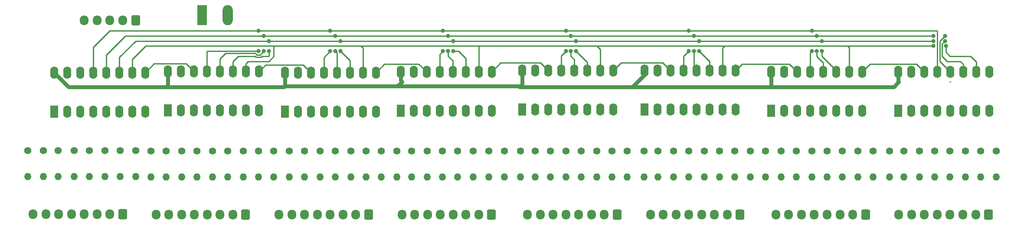
<source format=gbr>
%TF.GenerationSoftware,KiCad,Pcbnew,7.0.9*%
%TF.CreationDate,2023-12-27T00:16:36+05:30*%
%TF.ProjectId,Led_Cube_BaseControlerV2,4c65645f-4375-4626-955f-42617365436f,rev?*%
%TF.SameCoordinates,Original*%
%TF.FileFunction,Copper,L1,Top*%
%TF.FilePolarity,Positive*%
%FSLAX46Y46*%
G04 Gerber Fmt 4.6, Leading zero omitted, Abs format (unit mm)*
G04 Created by KiCad (PCBNEW 7.0.9) date 2023-12-27 00:16:36*
%MOMM*%
%LPD*%
G01*
G04 APERTURE LIST*
G04 Aperture macros list*
%AMRoundRect*
0 Rectangle with rounded corners*
0 $1 Rounding radius*
0 $2 $3 $4 $5 $6 $7 $8 $9 X,Y pos of 4 corners*
0 Add a 4 corners polygon primitive as box body*
4,1,4,$2,$3,$4,$5,$6,$7,$8,$9,$2,$3,0*
0 Add four circle primitives for the rounded corners*
1,1,$1+$1,$2,$3*
1,1,$1+$1,$4,$5*
1,1,$1+$1,$6,$7*
1,1,$1+$1,$8,$9*
0 Add four rect primitives between the rounded corners*
20,1,$1+$1,$2,$3,$4,$5,0*
20,1,$1+$1,$4,$5,$6,$7,0*
20,1,$1+$1,$6,$7,$8,$9,0*
20,1,$1+$1,$8,$9,$2,$3,0*%
G04 Aperture macros list end*
%TA.AperFunction,ComponentPad*%
%ADD10RoundRect,0.250000X0.600000X0.725000X-0.600000X0.725000X-0.600000X-0.725000X0.600000X-0.725000X0*%
%TD*%
%TA.AperFunction,ComponentPad*%
%ADD11O,1.700000X1.950000*%
%TD*%
%TA.AperFunction,ComponentPad*%
%ADD12C,1.400000*%
%TD*%
%TA.AperFunction,ComponentPad*%
%ADD13O,1.400000X1.400000*%
%TD*%
%TA.AperFunction,ComponentPad*%
%ADD14R,1.600000X2.400000*%
%TD*%
%TA.AperFunction,ComponentPad*%
%ADD15O,1.600000X2.400000*%
%TD*%
%TA.AperFunction,ComponentPad*%
%ADD16R,1.980000X3.960000*%
%TD*%
%TA.AperFunction,ComponentPad*%
%ADD17O,1.980000X3.960000*%
%TD*%
%TA.AperFunction,ViaPad*%
%ADD18C,0.800000*%
%TD*%
%TA.AperFunction,Conductor*%
%ADD19C,0.250000*%
%TD*%
%TA.AperFunction,Conductor*%
%ADD20C,0.750000*%
%TD*%
G04 APERTURE END LIST*
D10*
%TO.P,Contoller,1,Pin_1*%
%TO.N,Net-(J1-Pin_1)*%
X63000000Y-46000000D03*
D11*
%TO.P,Contoller,2,Pin_2*%
%TO.N,Net-(J1-Pin_2)*%
X60500000Y-46000000D03*
%TO.P,Contoller,3,Pin_3*%
%TO.N,Net-(J1-Pin_3)*%
X58000000Y-46000000D03*
%TO.P,Contoller,4,Pin_4*%
%TO.N,Net-(J1-Pin_4)*%
X55500000Y-46000000D03*
%TO.P,Contoller,5,Pin_5*%
%TO.N,Net-(J1-Pin_5)*%
X53000000Y-46000000D03*
%TD*%
D12*
%TO.P,R41,1*%
%TO.N,Net-(U6-QA)*%
X162300000Y-71510000D03*
D13*
%TO.P,R41,2*%
%TO.N,Net-(J8-Pin_8)*%
X162300000Y-76590000D03*
%TD*%
D12*
%TO.P,R2,1*%
%TO.N,Net-(U3-QB)*%
X45000000Y-71420000D03*
D13*
%TO.P,R2,2*%
%TO.N,Net-(J3-Pin_7)*%
X45000000Y-76500000D03*
%TD*%
D14*
%TO.P,U2,1,QB*%
%TO.N,Net-(U1-QB)*%
X69300000Y-63620000D03*
D15*
%TO.P,U2,2,QC*%
%TO.N,Net-(U1-QC)*%
X71840000Y-63620000D03*
%TO.P,U2,3,QD*%
%TO.N,Net-(U1-QD)*%
X74380000Y-63620000D03*
%TO.P,U2,4,QE*%
%TO.N,Net-(U1-QE)*%
X76920000Y-63620000D03*
%TO.P,U2,5,QF*%
%TO.N,Net-(U1-QF)*%
X79460000Y-63620000D03*
%TO.P,U2,6,QG*%
%TO.N,Net-(U1-QG)*%
X82000000Y-63620000D03*
%TO.P,U2,7,QH*%
%TO.N,Net-(U1-QH)*%
X84540000Y-63620000D03*
%TO.P,U2,8,GND*%
%TO.N,Net-(J2-Pin_1)*%
X87080000Y-63620000D03*
%TO.P,U2,9,QH'*%
%TO.N,Net-(U1-QH')*%
X87080000Y-56000000D03*
%TO.P,U2,10,~{SRCLR}*%
%TO.N,Net-(J1-Pin_2)*%
X84540000Y-56000000D03*
%TO.P,U2,11,SRCLK*%
%TO.N,Net-(J1-Pin_4)*%
X82000000Y-56000000D03*
%TO.P,U2,12,RCLK*%
%TO.N,Net-(J1-Pin_5)*%
X79460000Y-56000000D03*
%TO.P,U2,13,~{OE}*%
%TO.N,Net-(J1-Pin_1)*%
X76920000Y-56000000D03*
%TO.P,U2,14,SER*%
%TO.N,Net-(U1-SER)*%
X74380000Y-56000000D03*
%TO.P,U2,15,QA*%
%TO.N,Net-(U1-QA)*%
X71840000Y-56000000D03*
%TO.P,U2,16,VCC*%
%TO.N,Net-(J2-Pin_2)*%
X69300000Y-56000000D03*
%TD*%
D12*
%TO.P,R17,1*%
%TO.N,Net-(U2-QA)*%
X90000000Y-71510000D03*
D13*
%TO.P,R17,2*%
%TO.N,Net-(J5-Pin_8)*%
X90000000Y-76590000D03*
%TD*%
D12*
%TO.P,R14,1*%
%TO.N,Net-(U1-QF)*%
X81000000Y-71510000D03*
D13*
%TO.P,R14,2*%
%TO.N,Net-(J4-Pin_3)*%
X81000000Y-76590000D03*
%TD*%
D12*
%TO.P,R22,1*%
%TO.N,Net-(U2-QF)*%
X105000000Y-71510000D03*
D13*
%TO.P,R22,2*%
%TO.N,Net-(J5-Pin_3)*%
X105000000Y-76590000D03*
%TD*%
D10*
%TO.P,Row_1,1,Pin_1*%
%TO.N,Net-(J3-Pin_1)*%
X60500000Y-83910000D03*
D11*
%TO.P,Row_1,2,Pin_2*%
%TO.N,Net-(J3-Pin_2)*%
X58000000Y-83910000D03*
%TO.P,Row_1,3,Pin_3*%
%TO.N,Net-(J3-Pin_3)*%
X55500000Y-83910000D03*
%TO.P,Row_1,4,Pin_4*%
%TO.N,Net-(J3-Pin_4)*%
X53000000Y-83910000D03*
%TO.P,Row_1,5,Pin_5*%
%TO.N,Net-(J3-Pin_5)*%
X50500000Y-83910000D03*
%TO.P,Row_1,6,Pin_6*%
%TO.N,Net-(J3-Pin_6)*%
X48000000Y-83910000D03*
%TO.P,Row_1,7,Pin_7*%
%TO.N,Net-(J3-Pin_7)*%
X45500000Y-83910000D03*
%TO.P,Row_1,8,Pin_8*%
%TO.N,Net-(J3-Pin_8)*%
X43000000Y-83910000D03*
%TD*%
D12*
%TO.P,R45,1*%
%TO.N,Net-(U6-QE)*%
X174000000Y-71510000D03*
D13*
%TO.P,R45,2*%
%TO.N,Net-(J8-Pin_4)*%
X174000000Y-76590000D03*
%TD*%
D12*
%TO.P,R26,1*%
%TO.N,Net-(U4-QB)*%
X116900000Y-71510000D03*
D13*
%TO.P,R26,2*%
%TO.N,Net-(J6-Pin_7)*%
X116900000Y-76590000D03*
%TD*%
D12*
%TO.P,R54,1*%
%TO.N,Net-(U7-QF)*%
X201000000Y-71510000D03*
D13*
%TO.P,R54,2*%
%TO.N,Net-(J9-Pin_3)*%
X201000000Y-76590000D03*
%TD*%
D12*
%TO.P,R7,1*%
%TO.N,Net-(U3-QG)*%
X60000000Y-71420000D03*
D13*
%TO.P,R7,2*%
%TO.N,Net-(J3-Pin_2)*%
X60000000Y-76500000D03*
%TD*%
D12*
%TO.P,R51,1*%
%TO.N,Net-(U7-QC)*%
X192000000Y-71510000D03*
D13*
%TO.P,R51,2*%
%TO.N,Net-(J9-Pin_6)*%
X192000000Y-76590000D03*
%TD*%
D12*
%TO.P,R63,1*%
%TO.N,Net-(U8-QG)*%
X228000000Y-71510000D03*
D13*
%TO.P,R63,2*%
%TO.N,Net-(J10-Pin_2)*%
X228000000Y-76590000D03*
%TD*%
D14*
%TO.P,U8,1,QB*%
%TO.N,Net-(U8-QB)*%
X211860000Y-63670000D03*
D15*
%TO.P,U8,2,QC*%
%TO.N,Net-(U8-QC)*%
X214400000Y-63670000D03*
%TO.P,U8,3,QD*%
%TO.N,Net-(U8-QD)*%
X216940000Y-63670000D03*
%TO.P,U8,4,QE*%
%TO.N,Net-(U8-QE)*%
X219480000Y-63670000D03*
%TO.P,U8,5,QF*%
%TO.N,Net-(U8-QF)*%
X222020000Y-63670000D03*
%TO.P,U8,6,QG*%
%TO.N,Net-(U8-QG)*%
X224560000Y-63670000D03*
%TO.P,U8,7,QH*%
%TO.N,Net-(U8-QH)*%
X227100000Y-63670000D03*
%TO.P,U8,8,GND*%
%TO.N,Net-(J2-Pin_1)*%
X229640000Y-63670000D03*
%TO.P,U8,9,QH'*%
%TO.N,unconnected-(U8-QH'-Pad9)*%
X229640000Y-56050000D03*
%TO.P,U8,10,~{SRCLR}*%
%TO.N,Net-(J1-Pin_2)*%
X227100000Y-56050000D03*
%TO.P,U8,11,SRCLK*%
%TO.N,Net-(J1-Pin_4)*%
X224560000Y-56050000D03*
%TO.P,U8,12,RCLK*%
%TO.N,Net-(J1-Pin_5)*%
X222020000Y-56050000D03*
%TO.P,U8,13,~{OE}*%
%TO.N,Net-(J1-Pin_1)*%
X219480000Y-56050000D03*
%TO.P,U8,14,SER*%
%TO.N,Net-(U7-QH')*%
X216940000Y-56050000D03*
%TO.P,U8,15,QA*%
%TO.N,Net-(U8-QA)*%
X214400000Y-56050000D03*
%TO.P,U8,16,VCC*%
%TO.N,Net-(J2-Pin_2)*%
X211860000Y-56050000D03*
%TD*%
D14*
%TO.P,U4,1,QB*%
%TO.N,Net-(U4-QB)*%
X114730000Y-63670000D03*
D15*
%TO.P,U4,2,QC*%
%TO.N,Net-(U4-QC)*%
X117270000Y-63670000D03*
%TO.P,U4,3,QD*%
%TO.N,Net-(U4-QD)*%
X119810000Y-63670000D03*
%TO.P,U4,4,QE*%
%TO.N,Net-(U4-QE)*%
X122350000Y-63670000D03*
%TO.P,U4,5,QF*%
%TO.N,Net-(U4-QF)*%
X124890000Y-63670000D03*
%TO.P,U4,6,QG*%
%TO.N,Net-(U4-QG)*%
X127430000Y-63670000D03*
%TO.P,U4,7,QH*%
%TO.N,Net-(U4-QH)*%
X129970000Y-63670000D03*
%TO.P,U4,8,GND*%
%TO.N,Net-(J2-Pin_1)*%
X132510000Y-63670000D03*
%TO.P,U4,9,QH'*%
%TO.N,Net-(U4-QH')*%
X132510000Y-56050000D03*
%TO.P,U4,10,~{SRCLR}*%
%TO.N,Net-(J1-Pin_2)*%
X129970000Y-56050000D03*
%TO.P,U4,11,SRCLK*%
%TO.N,Net-(J1-Pin_4)*%
X127430000Y-56050000D03*
%TO.P,U4,12,RCLK*%
%TO.N,Net-(J1-Pin_5)*%
X124890000Y-56050000D03*
%TO.P,U4,13,~{OE}*%
%TO.N,Net-(J1-Pin_1)*%
X122350000Y-56050000D03*
%TO.P,U4,14,SER*%
%TO.N,Net-(U2-QH')*%
X119810000Y-56050000D03*
%TO.P,U4,15,QA*%
%TO.N,Net-(U4-QA)*%
X117270000Y-56050000D03*
%TO.P,U4,16,VCC*%
%TO.N,Net-(J2-Pin_2)*%
X114730000Y-56050000D03*
%TD*%
D12*
%TO.P,R52,1*%
%TO.N,Net-(U7-QD)*%
X195000000Y-71510000D03*
D13*
%TO.P,R52,2*%
%TO.N,Net-(J9-Pin_5)*%
X195000000Y-76590000D03*
%TD*%
D14*
%TO.P,U3,1,QB*%
%TO.N,Net-(U2-QB)*%
X92125000Y-63825000D03*
D15*
%TO.P,U3,2,QC*%
%TO.N,Net-(U2-QC)*%
X94665000Y-63825000D03*
%TO.P,U3,3,QD*%
%TO.N,Net-(U2-QD)*%
X97205000Y-63825000D03*
%TO.P,U3,4,QE*%
%TO.N,Net-(U2-QE)*%
X99745000Y-63825000D03*
%TO.P,U3,5,QF*%
%TO.N,Net-(U2-QF)*%
X102285000Y-63825000D03*
%TO.P,U3,6,QG*%
%TO.N,Net-(U2-QG)*%
X104825000Y-63825000D03*
%TO.P,U3,7,QH*%
%TO.N,Net-(U2-QH)*%
X107365000Y-63825000D03*
%TO.P,U3,8,GND*%
%TO.N,Net-(J2-Pin_1)*%
X109905000Y-63825000D03*
%TO.P,U3,9,QH'*%
%TO.N,Net-(U2-QH')*%
X109905000Y-56205000D03*
%TO.P,U3,10,~{SRCLR}*%
%TO.N,Net-(J1-Pin_2)*%
X107365000Y-56205000D03*
%TO.P,U3,11,SRCLK*%
%TO.N,Net-(J1-Pin_4)*%
X104825000Y-56205000D03*
%TO.P,U3,12,RCLK*%
%TO.N,Net-(J1-Pin_5)*%
X102285000Y-56205000D03*
%TO.P,U3,13,~{OE}*%
%TO.N,Net-(J1-Pin_1)*%
X99745000Y-56205000D03*
%TO.P,U3,14,SER*%
%TO.N,Net-(U1-QH')*%
X97205000Y-56205000D03*
%TO.P,U3,15,QA*%
%TO.N,Net-(U2-QA)*%
X94665000Y-56205000D03*
%TO.P,U3,16,VCC*%
%TO.N,Net-(J2-Pin_2)*%
X92125000Y-56205000D03*
%TD*%
D12*
%TO.P,R16,1*%
%TO.N,Net-(U1-QH)*%
X87000000Y-71510000D03*
D13*
%TO.P,R16,2*%
%TO.N,Net-(J4-Pin_1)*%
X87000000Y-76590000D03*
%TD*%
D10*
%TO.P,Row_8,1,Pin_1*%
%TO.N,Net-(J10-Pin_1)*%
X229500000Y-84000000D03*
D11*
%TO.P,Row_8,2,Pin_2*%
%TO.N,Net-(J10-Pin_2)*%
X227000000Y-84000000D03*
%TO.P,Row_8,3,Pin_3*%
%TO.N,Net-(J10-Pin_3)*%
X224500000Y-84000000D03*
%TO.P,Row_8,4,Pin_4*%
%TO.N,Net-(J10-Pin_4)*%
X222000000Y-84000000D03*
%TO.P,Row_8,5,Pin_5*%
%TO.N,Net-(J10-Pin_5)*%
X219500000Y-84000000D03*
%TO.P,Row_8,6,Pin_6*%
%TO.N,Net-(J10-Pin_6)*%
X217000000Y-84000000D03*
%TO.P,Row_8,7,Pin_7*%
%TO.N,Net-(J10-Pin_7)*%
X214500000Y-84000000D03*
%TO.P,Row_8,8,Pin_8*%
%TO.N,Net-(J10-Pin_8)*%
X212000000Y-84000000D03*
%TD*%
D12*
%TO.P,R27,1*%
%TO.N,Net-(U4-QC)*%
X119900000Y-71550000D03*
D13*
%TO.P,R27,2*%
%TO.N,Net-(J6-Pin_6)*%
X119900000Y-76630000D03*
%TD*%
D12*
%TO.P,R8,1*%
%TO.N,Net-(U3-QH)*%
X63000000Y-71420000D03*
D13*
%TO.P,R8,2*%
%TO.N,Net-(J3-Pin_1)*%
X63000000Y-76500000D03*
%TD*%
D10*
%TO.P,Row_2,1,Pin_1*%
%TO.N,Net-(J4-Pin_1)*%
X84500000Y-84000000D03*
D11*
%TO.P,Row_2,2,Pin_2*%
%TO.N,Net-(J4-Pin_2)*%
X82000000Y-84000000D03*
%TO.P,Row_2,3,Pin_3*%
%TO.N,Net-(J4-Pin_3)*%
X79500000Y-84000000D03*
%TO.P,Row_2,4,Pin_4*%
%TO.N,Net-(J4-Pin_4)*%
X77000000Y-84000000D03*
%TO.P,Row_2,5,Pin_5*%
%TO.N,Net-(J4-Pin_5)*%
X74500000Y-84000000D03*
%TO.P,Row_2,6,Pin_6*%
%TO.N,Net-(J4-Pin_6)*%
X72000000Y-84000000D03*
%TO.P,Row_2,7,Pin_7*%
%TO.N,Net-(J4-Pin_7)*%
X69500000Y-84000000D03*
%TO.P,Row_2,8,Pin_8*%
%TO.N,Net-(J4-Pin_8)*%
X67000000Y-84000000D03*
%TD*%
D12*
%TO.P,R42,1*%
%TO.N,Net-(U6-QB)*%
X165000000Y-71510000D03*
D13*
%TO.P,R42,2*%
%TO.N,Net-(J8-Pin_7)*%
X165000000Y-76590000D03*
%TD*%
D12*
%TO.P,R47,1*%
%TO.N,Net-(U6-QG)*%
X180000000Y-71510000D03*
D13*
%TO.P,R47,2*%
%TO.N,Net-(J8-Pin_2)*%
X180000000Y-76590000D03*
%TD*%
D12*
%TO.P,R38,1*%
%TO.N,Net-(U5-QF)*%
X153000000Y-71510000D03*
D13*
%TO.P,R38,2*%
%TO.N,Net-(J7-Pin_3)*%
X153000000Y-76590000D03*
%TD*%
D12*
%TO.P,R5,1*%
%TO.N,Net-(U3-QE)*%
X54000000Y-71420000D03*
D13*
%TO.P,R5,2*%
%TO.N,Net-(J3-Pin_4)*%
X54000000Y-76500000D03*
%TD*%
D12*
%TO.P,R53,1*%
%TO.N,Net-(U7-QE)*%
X198000000Y-71510000D03*
D13*
%TO.P,R53,2*%
%TO.N,Net-(J9-Pin_4)*%
X198000000Y-76590000D03*
%TD*%
D14*
%TO.P,U5,1,QB*%
%TO.N,Net-(U5-QB)*%
X138450000Y-63420000D03*
D15*
%TO.P,U5,2,QC*%
%TO.N,Net-(U5-QC)*%
X140990000Y-63420000D03*
%TO.P,U5,3,QD*%
%TO.N,Net-(U5-QD)*%
X143530000Y-63420000D03*
%TO.P,U5,4,QE*%
%TO.N,Net-(U5-QE)*%
X146070000Y-63420000D03*
%TO.P,U5,5,QF*%
%TO.N,Net-(U5-QF)*%
X148610000Y-63420000D03*
%TO.P,U5,6,QG*%
%TO.N,Net-(U5-QG)*%
X151150000Y-63420000D03*
%TO.P,U5,7,QH*%
%TO.N,Net-(U5-QH)*%
X153690000Y-63420000D03*
%TO.P,U5,8,GND*%
%TO.N,Net-(J2-Pin_1)*%
X156230000Y-63420000D03*
%TO.P,U5,9,QH'*%
%TO.N,Net-(U5-QH')*%
X156230000Y-55800000D03*
%TO.P,U5,10,~{SRCLR}*%
%TO.N,Net-(J1-Pin_2)*%
X153690000Y-55800000D03*
%TO.P,U5,11,SRCLK*%
%TO.N,Net-(J1-Pin_4)*%
X151150000Y-55800000D03*
%TO.P,U5,12,RCLK*%
%TO.N,Net-(J1-Pin_5)*%
X148610000Y-55800000D03*
%TO.P,U5,13,~{OE}*%
%TO.N,Net-(J1-Pin_1)*%
X146070000Y-55800000D03*
%TO.P,U5,14,SER*%
%TO.N,Net-(U4-QH')*%
X143530000Y-55800000D03*
%TO.P,U5,15,QA*%
%TO.N,Net-(U5-QA)*%
X140990000Y-55800000D03*
%TO.P,U5,16,VCC*%
%TO.N,Net-(J2-Pin_2)*%
X138450000Y-55800000D03*
%TD*%
D12*
%TO.P,R37,1*%
%TO.N,Net-(U5-QE)*%
X150000000Y-71510000D03*
D13*
%TO.P,R37,2*%
%TO.N,Net-(J7-Pin_4)*%
X150000000Y-76590000D03*
%TD*%
D12*
%TO.P,R62,1*%
%TO.N,Net-(U8-QF)*%
X225000000Y-71510000D03*
D13*
%TO.P,R62,2*%
%TO.N,Net-(J10-Pin_3)*%
X225000000Y-76590000D03*
%TD*%
D12*
%TO.P,R64,1*%
%TO.N,Net-(U8-QH)*%
X231000000Y-71510000D03*
D13*
%TO.P,R64,2*%
%TO.N,Net-(J10-Pin_1)*%
X231000000Y-76590000D03*
%TD*%
D12*
%TO.P,R1,1*%
%TO.N,Net-(U3-QA)*%
X42000000Y-71420000D03*
D13*
%TO.P,R1,2*%
%TO.N,Net-(J3-Pin_8)*%
X42000000Y-76500000D03*
%TD*%
D12*
%TO.P,R55,1*%
%TO.N,Net-(U7-QG)*%
X204000000Y-71510000D03*
D13*
%TO.P,R55,2*%
%TO.N,Net-(J9-Pin_2)*%
X204000000Y-76590000D03*
%TD*%
D12*
%TO.P,R46,1*%
%TO.N,Net-(U6-QF)*%
X177000000Y-71510000D03*
D13*
%TO.P,R46,2*%
%TO.N,Net-(J8-Pin_3)*%
X177000000Y-76590000D03*
%TD*%
D16*
%TO.P,power,1,Pin_1*%
%TO.N,Net-(J2-Pin_1)*%
X76000000Y-45000000D03*
D17*
%TO.P,power,2,Pin_2*%
%TO.N,Net-(J2-Pin_2)*%
X81000000Y-45000000D03*
%TD*%
D12*
%TO.P,R35,1*%
%TO.N,Net-(U5-QC)*%
X144000000Y-71510000D03*
D13*
%TO.P,R35,2*%
%TO.N,Net-(J7-Pin_6)*%
X144000000Y-76590000D03*
%TD*%
D12*
%TO.P,R61,1*%
%TO.N,Net-(U8-QE)*%
X222000000Y-71510000D03*
D13*
%TO.P,R61,2*%
%TO.N,Net-(J10-Pin_4)*%
X222000000Y-76590000D03*
%TD*%
D12*
%TO.P,R48,1*%
%TO.N,Net-(U6-QH)*%
X183000000Y-71510000D03*
D13*
%TO.P,R48,2*%
%TO.N,Net-(J8-Pin_1)*%
X183000000Y-76590000D03*
%TD*%
D12*
%TO.P,R20,1*%
%TO.N,Net-(U2-QD)*%
X99000000Y-71510000D03*
D13*
%TO.P,R20,2*%
%TO.N,Net-(J5-Pin_5)*%
X99000000Y-76590000D03*
%TD*%
D12*
%TO.P,R19,1*%
%TO.N,Net-(U2-QC)*%
X96000000Y-71510000D03*
D13*
%TO.P,R19,2*%
%TO.N,Net-(J5-Pin_6)*%
X96000000Y-76590000D03*
%TD*%
D12*
%TO.P,R18,1*%
%TO.N,Net-(U2-QB)*%
X93000000Y-71510000D03*
D13*
%TO.P,R18,2*%
%TO.N,Net-(J5-Pin_7)*%
X93000000Y-76590000D03*
%TD*%
D12*
%TO.P,R49,1*%
%TO.N,Net-(U7-QA)*%
X186000000Y-71510000D03*
D13*
%TO.P,R49,2*%
%TO.N,Net-(J9-Pin_8)*%
X186000000Y-76590000D03*
%TD*%
D12*
%TO.P,R29,1*%
%TO.N,Net-(U4-QE)*%
X125900000Y-71550000D03*
D13*
%TO.P,R29,2*%
%TO.N,Net-(J6-Pin_4)*%
X125900000Y-76630000D03*
%TD*%
D12*
%TO.P,R44,1*%
%TO.N,Net-(U6-QD)*%
X171000000Y-71510000D03*
D13*
%TO.P,R44,2*%
%TO.N,Net-(J8-Pin_5)*%
X171000000Y-76590000D03*
%TD*%
D10*
%TO.P,Row_7,1,Pin_1*%
%TO.N,Net-(J9-Pin_1)*%
X205500000Y-84000000D03*
D11*
%TO.P,Row_7,2,Pin_2*%
%TO.N,Net-(J9-Pin_2)*%
X203000000Y-84000000D03*
%TO.P,Row_7,3,Pin_3*%
%TO.N,Net-(J9-Pin_3)*%
X200500000Y-84000000D03*
%TO.P,Row_7,4,Pin_4*%
%TO.N,Net-(J9-Pin_4)*%
X198000000Y-84000000D03*
%TO.P,Row_7,5,Pin_5*%
%TO.N,Net-(J9-Pin_5)*%
X195500000Y-84000000D03*
%TO.P,Row_7,6,Pin_6*%
%TO.N,Net-(J9-Pin_6)*%
X193000000Y-84000000D03*
%TO.P,Row_7,7,Pin_7*%
%TO.N,Net-(J9-Pin_7)*%
X190500000Y-84000000D03*
%TO.P,Row_7,8,Pin_8*%
%TO.N,Net-(J9-Pin_8)*%
X188000000Y-84000000D03*
%TD*%
D12*
%TO.P,R6,1*%
%TO.N,Net-(U3-QF)*%
X57000000Y-71420000D03*
D13*
%TO.P,R6,2*%
%TO.N,Net-(J3-Pin_3)*%
X57000000Y-76500000D03*
%TD*%
D12*
%TO.P,R28,1*%
%TO.N,Net-(U4-QD)*%
X122900000Y-71550000D03*
D13*
%TO.P,R28,2*%
%TO.N,Net-(J6-Pin_5)*%
X122900000Y-76630000D03*
%TD*%
D12*
%TO.P,R10,1*%
%TO.N,Net-(U1-QB)*%
X69000000Y-71510000D03*
D13*
%TO.P,R10,2*%
%TO.N,Net-(J4-Pin_7)*%
X69000000Y-76590000D03*
%TD*%
D12*
%TO.P,R60,1*%
%TO.N,Net-(U8-QD)*%
X219000000Y-71510000D03*
D13*
%TO.P,R60,2*%
%TO.N,Net-(J10-Pin_5)*%
X219000000Y-76590000D03*
%TD*%
D12*
%TO.P,R50,1*%
%TO.N,Net-(U7-QB)*%
X189000000Y-71510000D03*
D13*
%TO.P,R50,2*%
%TO.N,Net-(J9-Pin_7)*%
X189000000Y-76590000D03*
%TD*%
D12*
%TO.P,R58,1*%
%TO.N,Net-(U8-QB)*%
X213000000Y-71510000D03*
D13*
%TO.P,R58,2*%
%TO.N,Net-(J10-Pin_7)*%
X213000000Y-76590000D03*
%TD*%
D12*
%TO.P,R13,1*%
%TO.N,Net-(U1-QE)*%
X78000000Y-71510000D03*
D13*
%TO.P,R13,2*%
%TO.N,Net-(J4-Pin_4)*%
X78000000Y-76590000D03*
%TD*%
D12*
%TO.P,R23,1*%
%TO.N,Net-(U2-QG)*%
X108000000Y-71510000D03*
D13*
%TO.P,R23,2*%
%TO.N,Net-(J5-Pin_2)*%
X108000000Y-76590000D03*
%TD*%
D12*
%TO.P,R40,1*%
%TO.N,Net-(U5-QH)*%
X159000000Y-71510000D03*
D13*
%TO.P,R40,2*%
%TO.N,Net-(J7-Pin_1)*%
X159000000Y-76590000D03*
%TD*%
D12*
%TO.P,R32,1*%
%TO.N,Net-(U4-QH)*%
X135000000Y-71510000D03*
D13*
%TO.P,R32,2*%
%TO.N,Net-(J6-Pin_1)*%
X135000000Y-76590000D03*
%TD*%
D12*
%TO.P,R31,1*%
%TO.N,Net-(U4-QG)*%
X132000000Y-71510000D03*
D13*
%TO.P,R31,2*%
%TO.N,Net-(J6-Pin_2)*%
X132000000Y-76590000D03*
%TD*%
D12*
%TO.P,R3,1*%
%TO.N,Net-(U3-QC)*%
X47850000Y-71420000D03*
D13*
%TO.P,R3,2*%
%TO.N,Net-(J3-Pin_6)*%
X47850000Y-76500000D03*
%TD*%
D14*
%TO.P,U1,1,QB*%
%TO.N,Net-(U3-QB)*%
X47125000Y-63825000D03*
D15*
%TO.P,U1,2,QC*%
%TO.N,Net-(U3-QC)*%
X49665000Y-63825000D03*
%TO.P,U1,3,QD*%
%TO.N,Net-(U3-QD)*%
X52205000Y-63825000D03*
%TO.P,U1,4,QE*%
%TO.N,Net-(U3-QE)*%
X54745000Y-63825000D03*
%TO.P,U1,5,QF*%
%TO.N,Net-(U3-QF)*%
X57285000Y-63825000D03*
%TO.P,U1,6,QG*%
%TO.N,Net-(U3-QG)*%
X59825000Y-63825000D03*
%TO.P,U1,7,QH*%
%TO.N,Net-(U3-QH)*%
X62365000Y-63825000D03*
%TO.P,U1,8,GND*%
%TO.N,Net-(J2-Pin_1)*%
X64905000Y-63825000D03*
%TO.P,U1,9,QH'*%
%TO.N,Net-(U1-SER)*%
X64905000Y-56205000D03*
%TO.P,U1,10,~{SRCLR}*%
%TO.N,Net-(J1-Pin_2)*%
X62365000Y-56205000D03*
%TO.P,U1,11,SRCLK*%
%TO.N,Net-(J1-Pin_4)*%
X59825000Y-56205000D03*
%TO.P,U1,12,RCLK*%
%TO.N,Net-(J1-Pin_5)*%
X57285000Y-56205000D03*
%TO.P,U1,13,~{OE}*%
%TO.N,Net-(J1-Pin_1)*%
X54745000Y-56205000D03*
%TO.P,U1,14,SER*%
%TO.N,Net-(J1-Pin_3)*%
X52205000Y-56205000D03*
%TO.P,U1,15,QA*%
%TO.N,Net-(U3-QA)*%
X49665000Y-56205000D03*
%TO.P,U1,16,VCC*%
%TO.N,Net-(J2-Pin_2)*%
X47125000Y-56205000D03*
%TD*%
D12*
%TO.P,R9,1*%
%TO.N,Net-(U1-QA)*%
X66000000Y-71510000D03*
D13*
%TO.P,R9,2*%
%TO.N,Net-(J4-Pin_8)*%
X66000000Y-76590000D03*
%TD*%
D12*
%TO.P,R43,1*%
%TO.N,Net-(U6-QC)*%
X168000000Y-71510000D03*
D13*
%TO.P,R43,2*%
%TO.N,Net-(J8-Pin_6)*%
X168000000Y-76590000D03*
%TD*%
D12*
%TO.P,R33,1*%
%TO.N,Net-(U5-QA)*%
X138100000Y-71510000D03*
D13*
%TO.P,R33,2*%
%TO.N,Net-(J7-Pin_8)*%
X138100000Y-76590000D03*
%TD*%
D10*
%TO.P,Row_4,1,Pin_1*%
%TO.N,Net-(J6-Pin_1)*%
X132500000Y-84000000D03*
D11*
%TO.P,Row_4,2,Pin_2*%
%TO.N,Net-(J6-Pin_2)*%
X130000000Y-84000000D03*
%TO.P,Row_4,3,Pin_3*%
%TO.N,Net-(J6-Pin_3)*%
X127500000Y-84000000D03*
%TO.P,Row_4,4,Pin_4*%
%TO.N,Net-(J6-Pin_4)*%
X125000000Y-84000000D03*
%TO.P,Row_4,5,Pin_5*%
%TO.N,Net-(J6-Pin_5)*%
X122500000Y-84000000D03*
%TO.P,Row_4,6,Pin_6*%
%TO.N,Net-(J6-Pin_6)*%
X120000000Y-84000000D03*
%TO.P,Row_4,7,Pin_7*%
%TO.N,Net-(J6-Pin_7)*%
X117500000Y-84000000D03*
%TO.P,Row_4,8,Pin_8*%
%TO.N,Net-(J6-Pin_8)*%
X115000000Y-84000000D03*
%TD*%
D12*
%TO.P,R25,1*%
%TO.N,Net-(U4-QA)*%
X114000000Y-71510000D03*
D13*
%TO.P,R25,2*%
%TO.N,Net-(J6-Pin_8)*%
X114000000Y-76590000D03*
%TD*%
D12*
%TO.P,R30,1*%
%TO.N,Net-(U4-QF)*%
X128900000Y-71510000D03*
D13*
%TO.P,R30,2*%
%TO.N,Net-(J6-Pin_3)*%
X128900000Y-76590000D03*
%TD*%
D12*
%TO.P,R21,1*%
%TO.N,Net-(U2-QE)*%
X102000000Y-71510000D03*
D13*
%TO.P,R21,2*%
%TO.N,Net-(J5-Pin_4)*%
X102000000Y-76590000D03*
%TD*%
D12*
%TO.P,R39,1*%
%TO.N,Net-(U5-QG)*%
X156000000Y-71510000D03*
D13*
%TO.P,R39,2*%
%TO.N,Net-(J7-Pin_2)*%
X156000000Y-76590000D03*
%TD*%
D12*
%TO.P,R4,1*%
%TO.N,Net-(U3-QD)*%
X51000000Y-71420000D03*
D13*
%TO.P,R4,2*%
%TO.N,Net-(J3-Pin_5)*%
X51000000Y-76500000D03*
%TD*%
D14*
%TO.P,U6,1,QB*%
%TO.N,Net-(U6-QB)*%
X162360000Y-63420000D03*
D15*
%TO.P,U6,2,QC*%
%TO.N,Net-(U6-QC)*%
X164900000Y-63420000D03*
%TO.P,U6,3,QD*%
%TO.N,Net-(U6-QD)*%
X167440000Y-63420000D03*
%TO.P,U6,4,QE*%
%TO.N,Net-(U6-QE)*%
X169980000Y-63420000D03*
%TO.P,U6,5,QF*%
%TO.N,Net-(U6-QF)*%
X172520000Y-63420000D03*
%TO.P,U6,6,QG*%
%TO.N,Net-(U6-QG)*%
X175060000Y-63420000D03*
%TO.P,U6,7,QH*%
%TO.N,Net-(U6-QH)*%
X177600000Y-63420000D03*
%TO.P,U6,8,GND*%
%TO.N,Net-(J2-Pin_1)*%
X180140000Y-63420000D03*
%TO.P,U6,9,QH'*%
%TO.N,Net-(U6-QH')*%
X180140000Y-55800000D03*
%TO.P,U6,10,~{SRCLR}*%
%TO.N,Net-(J1-Pin_2)*%
X177600000Y-55800000D03*
%TO.P,U6,11,SRCLK*%
%TO.N,Net-(J1-Pin_4)*%
X175060000Y-55800000D03*
%TO.P,U6,12,RCLK*%
%TO.N,Net-(J1-Pin_5)*%
X172520000Y-55800000D03*
%TO.P,U6,13,~{OE}*%
%TO.N,Net-(J1-Pin_1)*%
X169980000Y-55800000D03*
%TO.P,U6,14,SER*%
%TO.N,Net-(U5-QH')*%
X167440000Y-55800000D03*
%TO.P,U6,15,QA*%
%TO.N,Net-(U6-QA)*%
X164900000Y-55800000D03*
%TO.P,U6,16,VCC*%
%TO.N,Net-(J2-Pin_2)*%
X162360000Y-55800000D03*
%TD*%
D10*
%TO.P,Row_5,1,Pin_1*%
%TO.N,Net-(J7-Pin_1)*%
X157000000Y-84000000D03*
D11*
%TO.P,Row_5,2,Pin_2*%
%TO.N,Net-(J7-Pin_2)*%
X154500000Y-84000000D03*
%TO.P,Row_5,3,Pin_3*%
%TO.N,Net-(J7-Pin_3)*%
X152000000Y-84000000D03*
%TO.P,Row_5,4,Pin_4*%
%TO.N,Net-(J7-Pin_4)*%
X149500000Y-84000000D03*
%TO.P,Row_5,5,Pin_5*%
%TO.N,Net-(J7-Pin_5)*%
X147000000Y-84000000D03*
%TO.P,Row_5,6,Pin_6*%
%TO.N,Net-(J7-Pin_6)*%
X144500000Y-84000000D03*
%TO.P,Row_5,7,Pin_7*%
%TO.N,Net-(J7-Pin_7)*%
X142000000Y-84000000D03*
%TO.P,Row_5,8,Pin_8*%
%TO.N,Net-(J7-Pin_8)*%
X139500000Y-84000000D03*
%TD*%
D12*
%TO.P,R11,1*%
%TO.N,Net-(U1-QC)*%
X72000000Y-71510000D03*
D13*
%TO.P,R11,2*%
%TO.N,Net-(J4-Pin_6)*%
X72000000Y-76590000D03*
%TD*%
D12*
%TO.P,R24,1*%
%TO.N,Net-(U2-QH)*%
X111000000Y-71510000D03*
D13*
%TO.P,R24,2*%
%TO.N,Net-(J5-Pin_1)*%
X111000000Y-76590000D03*
%TD*%
D12*
%TO.P,R36,1*%
%TO.N,Net-(U5-QD)*%
X147000000Y-71510000D03*
D13*
%TO.P,R36,2*%
%TO.N,Net-(J7-Pin_5)*%
X147000000Y-76590000D03*
%TD*%
D12*
%TO.P,R57,1*%
%TO.N,Net-(U8-QA)*%
X210200000Y-71510000D03*
D13*
%TO.P,R57,2*%
%TO.N,Net-(J10-Pin_8)*%
X210200000Y-76590000D03*
%TD*%
D10*
%TO.P,Row_3,1,Pin_1*%
%TO.N,Net-(J5-Pin_1)*%
X108500000Y-84000000D03*
D11*
%TO.P,Row_3,2,Pin_2*%
%TO.N,Net-(J5-Pin_2)*%
X106000000Y-84000000D03*
%TO.P,Row_3,3,Pin_3*%
%TO.N,Net-(J5-Pin_3)*%
X103500000Y-84000000D03*
%TO.P,Row_3,4,Pin_4*%
%TO.N,Net-(J5-Pin_4)*%
X101000000Y-84000000D03*
%TO.P,Row_3,5,Pin_5*%
%TO.N,Net-(J5-Pin_5)*%
X98500000Y-84000000D03*
%TO.P,Row_3,6,Pin_6*%
%TO.N,Net-(J5-Pin_6)*%
X96000000Y-84000000D03*
%TO.P,Row_3,7,Pin_7*%
%TO.N,Net-(J5-Pin_7)*%
X93500000Y-84000000D03*
%TO.P,Row_3,8,Pin_8*%
%TO.N,Net-(J5-Pin_8)*%
X91000000Y-84000000D03*
%TD*%
D12*
%TO.P,R34,1*%
%TO.N,Net-(U5-QB)*%
X141000000Y-71510000D03*
D13*
%TO.P,R34,2*%
%TO.N,Net-(J7-Pin_7)*%
X141000000Y-76590000D03*
%TD*%
D12*
%TO.P,R15,1*%
%TO.N,Net-(U1-QG)*%
X84000000Y-71510000D03*
D13*
%TO.P,R15,2*%
%TO.N,Net-(J4-Pin_2)*%
X84000000Y-76590000D03*
%TD*%
D10*
%TO.P,Row_6,1,Pin_1*%
%TO.N,Net-(J8-Pin_1)*%
X181000000Y-84000000D03*
D11*
%TO.P,Row_6,2,Pin_2*%
%TO.N,Net-(J8-Pin_2)*%
X178500000Y-84000000D03*
%TO.P,Row_6,3,Pin_3*%
%TO.N,Net-(J8-Pin_3)*%
X176000000Y-84000000D03*
%TO.P,Row_6,4,Pin_4*%
%TO.N,Net-(J8-Pin_4)*%
X173500000Y-84000000D03*
%TO.P,Row_6,5,Pin_5*%
%TO.N,Net-(J8-Pin_5)*%
X171000000Y-84000000D03*
%TO.P,Row_6,6,Pin_6*%
%TO.N,Net-(J8-Pin_6)*%
X168500000Y-84000000D03*
%TO.P,Row_6,7,Pin_7*%
%TO.N,Net-(J8-Pin_7)*%
X166000000Y-84000000D03*
%TO.P,Row_6,8,Pin_8*%
%TO.N,Net-(J8-Pin_8)*%
X163500000Y-84000000D03*
%TD*%
D12*
%TO.P,R56,1*%
%TO.N,Net-(U7-QH)*%
X207000000Y-71510000D03*
D13*
%TO.P,R56,2*%
%TO.N,Net-(J9-Pin_1)*%
X207000000Y-76590000D03*
%TD*%
D12*
%TO.P,R59,1*%
%TO.N,Net-(U8-QC)*%
X216000000Y-71510000D03*
D13*
%TO.P,R59,2*%
%TO.N,Net-(J10-Pin_6)*%
X216000000Y-76590000D03*
%TD*%
D12*
%TO.P,R12,1*%
%TO.N,Net-(U1-QD)*%
X75000000Y-71510000D03*
D13*
%TO.P,R12,2*%
%TO.N,Net-(J4-Pin_5)*%
X75000000Y-76590000D03*
%TD*%
D14*
%TO.P,U7,1,QB*%
%TO.N,Net-(U7-QB)*%
X187100000Y-63670000D03*
D15*
%TO.P,U7,2,QC*%
%TO.N,Net-(U7-QC)*%
X189640000Y-63670000D03*
%TO.P,U7,3,QD*%
%TO.N,Net-(U7-QD)*%
X192180000Y-63670000D03*
%TO.P,U7,4,QE*%
%TO.N,Net-(U7-QE)*%
X194720000Y-63670000D03*
%TO.P,U7,5,QF*%
%TO.N,Net-(U7-QF)*%
X197260000Y-63670000D03*
%TO.P,U7,6,QG*%
%TO.N,Net-(U7-QG)*%
X199800000Y-63670000D03*
%TO.P,U7,7,QH*%
%TO.N,Net-(U7-QH)*%
X202340000Y-63670000D03*
%TO.P,U7,8,GND*%
%TO.N,Net-(J2-Pin_1)*%
X204880000Y-63670000D03*
%TO.P,U7,9,QH'*%
%TO.N,Net-(U7-QH')*%
X204880000Y-56050000D03*
%TO.P,U7,10,~{SRCLR}*%
%TO.N,Net-(J1-Pin_2)*%
X202340000Y-56050000D03*
%TO.P,U7,11,SRCLK*%
%TO.N,Net-(J1-Pin_4)*%
X199800000Y-56050000D03*
%TO.P,U7,12,RCLK*%
%TO.N,Net-(J1-Pin_5)*%
X197260000Y-56050000D03*
%TO.P,U7,13,~{OE}*%
%TO.N,Net-(J1-Pin_1)*%
X194720000Y-56050000D03*
%TO.P,U7,14,SER*%
%TO.N,Net-(U6-QH')*%
X192180000Y-56050000D03*
%TO.P,U7,15,QA*%
%TO.N,Net-(U7-QA)*%
X189640000Y-56050000D03*
%TO.P,U7,16,VCC*%
%TO.N,Net-(J2-Pin_2)*%
X187100000Y-56050000D03*
%TD*%
D18*
%TO.N,Net-(J1-Pin_2)*%
X221174500Y-51000000D03*
X218755500Y-51000000D03*
%TO.N,Net-(J1-Pin_4)*%
X173000000Y-52000000D03*
X89000000Y-52000000D03*
X103000000Y-52000000D03*
X149000000Y-52000000D03*
X89000000Y-50000000D03*
X197000000Y-52000000D03*
X103000000Y-50000000D03*
X221011946Y-50011946D03*
X125000000Y-50000000D03*
X197000000Y-50000000D03*
X149000000Y-50000000D03*
X173000000Y-50000000D03*
X125000000Y-52000000D03*
X218755500Y-50000000D03*
%TO.N,Net-(J1-Pin_5)*%
X88000000Y-52000000D03*
X218755500Y-49000000D03*
X196000000Y-49000000D03*
X124000000Y-52000000D03*
X172000000Y-49000000D03*
X88000000Y-49000000D03*
X196000000Y-52000000D03*
X102000000Y-49000000D03*
X124000000Y-49000000D03*
X148000000Y-52000000D03*
X172000000Y-52000000D03*
X102000000Y-52000000D03*
X221000000Y-49000000D03*
X148000000Y-49000000D03*
%TO.N,Net-(J1-Pin_1)*%
X171000000Y-52000000D03*
X101000000Y-52000000D03*
X87000000Y-48000000D03*
X195000000Y-52000000D03*
X101000000Y-48000000D03*
X87000000Y-52000000D03*
X123000000Y-48000000D03*
X147000000Y-52000000D03*
X123000000Y-52000000D03*
X147000000Y-48000000D03*
X171000000Y-48000000D03*
X195000000Y-48000000D03*
%TD*%
D19*
%TO.N,Net-(U1-QH')*%
X95680000Y-54680000D02*
X97205000Y-56205000D01*
X88400000Y-54680000D02*
X95680000Y-54680000D01*
X87080000Y-56000000D02*
X88400000Y-54680000D01*
%TO.N,Net-(J1-Pin_2)*%
X153690000Y-51690000D02*
X153000000Y-51000000D01*
X89000000Y-54000000D02*
X90000000Y-53000000D01*
X107000000Y-51000000D02*
X90000000Y-51000000D01*
X107365000Y-56205000D02*
X107365000Y-51365000D01*
X178000000Y-51000000D02*
X153000000Y-51000000D01*
X221174500Y-52174500D02*
X222000000Y-53000000D01*
X202000000Y-51000000D02*
X178000000Y-51000000D01*
X202340000Y-56050000D02*
X202340000Y-51340000D01*
X177600000Y-51400000D02*
X178000000Y-51000000D01*
X85000000Y-54000000D02*
X89000000Y-54000000D01*
X218755500Y-51000000D02*
X202000000Y-51000000D01*
X221174500Y-51000000D02*
X221174500Y-52174500D01*
X84540000Y-56000000D02*
X84540000Y-54460000D01*
X90000000Y-51000000D02*
X65000000Y-51000000D01*
X90000000Y-53000000D02*
X90000000Y-51000000D01*
X226000000Y-53000000D02*
X227100000Y-54100000D01*
X153000000Y-51000000D02*
X130000000Y-51000000D01*
X62365000Y-53635000D02*
X62365000Y-56205000D01*
X177600000Y-55800000D02*
X177600000Y-51400000D01*
X65000000Y-51000000D02*
X62365000Y-53635000D01*
X129970000Y-51030000D02*
X130000000Y-51000000D01*
X227100000Y-54100000D02*
X227100000Y-56050000D01*
X222000000Y-53000000D02*
X226000000Y-53000000D01*
X129970000Y-56050000D02*
X129970000Y-51030000D01*
X153690000Y-55800000D02*
X153690000Y-51690000D01*
X202340000Y-51340000D02*
X202000000Y-51000000D01*
X130000000Y-51000000D02*
X107000000Y-51000000D01*
X84540000Y-54460000D02*
X85000000Y-54000000D01*
X107365000Y-51365000D02*
X107000000Y-51000000D01*
%TO.N,Net-(J1-Pin_4)*%
X87486701Y-53175000D02*
X87661701Y-53000000D01*
X221011946Y-50011946D02*
X220988054Y-50011946D01*
X197000000Y-53000000D02*
X197000000Y-52000000D01*
X89000000Y-50000000D02*
X63000000Y-50000000D01*
X127430000Y-53430000D02*
X126000000Y-52000000D01*
X127430000Y-56050000D02*
X127430000Y-53430000D01*
X151150000Y-55800000D02*
X151150000Y-54150000D01*
X82000000Y-56000000D02*
X82000000Y-54000000D01*
X220450000Y-53000000D02*
X221450000Y-54000000D01*
X89000000Y-53000000D02*
X89000000Y-52000000D01*
X224000000Y-54000000D02*
X224560000Y-54560000D01*
X63000000Y-50000000D02*
X59825000Y-53175000D01*
X221450000Y-54000000D02*
X224000000Y-54000000D01*
X218755500Y-50000000D02*
X197000000Y-50000000D01*
X126000000Y-52000000D02*
X125000000Y-52000000D01*
X86338299Y-53000000D02*
X86513299Y-53175000D01*
X173000000Y-50000000D02*
X149000000Y-50000000D01*
X224560000Y-54560000D02*
X224560000Y-56050000D01*
X87661701Y-53000000D02*
X89000000Y-53000000D01*
X199800000Y-55800000D02*
X197000000Y-53000000D01*
X175060000Y-55800000D02*
X175060000Y-54060000D01*
X220988054Y-50011946D02*
X220450000Y-50550000D01*
X125000000Y-50000000D02*
X103000000Y-50000000D01*
X86513299Y-53175000D02*
X87486701Y-53175000D01*
X59825000Y-53175000D02*
X59825000Y-56205000D01*
X103000000Y-50000000D02*
X89000000Y-50000000D01*
X103000000Y-52000000D02*
X104825000Y-53825000D01*
X220450000Y-50550000D02*
X220450000Y-53000000D01*
X175060000Y-54060000D02*
X173000000Y-52000000D01*
X82000000Y-54000000D02*
X83000000Y-53000000D01*
X199800000Y-56050000D02*
X199800000Y-55800000D01*
X197000000Y-50000000D02*
X173000000Y-50000000D01*
X151150000Y-54150000D02*
X149000000Y-52000000D01*
X149000000Y-50000000D02*
X125000000Y-50000000D01*
X83000000Y-53000000D02*
X86338299Y-53000000D01*
X104825000Y-53825000D02*
X104825000Y-56205000D01*
%TO.N,Net-(J1-Pin_5)*%
X220999293Y-49000000D02*
X220000000Y-49999293D01*
X124000000Y-49000000D02*
X102000000Y-49000000D01*
X197260000Y-54260000D02*
X196000000Y-53000000D01*
X220000000Y-54030000D02*
X222020000Y-56050000D01*
X172000000Y-49000000D02*
X148000000Y-49000000D01*
X196000000Y-53000000D02*
X196000000Y-52000000D01*
X102000000Y-49000000D02*
X88000000Y-49000000D01*
X221000000Y-49000000D02*
X220999293Y-49000000D01*
X61000000Y-49000000D02*
X57285000Y-52715000D01*
X220000000Y-49999293D02*
X220000000Y-54030000D01*
X172520000Y-55800000D02*
X172000000Y-55280000D01*
X148000000Y-49000000D02*
X124000000Y-49000000D01*
X124890000Y-53890000D02*
X124000000Y-53000000D01*
X86424695Y-52450000D02*
X86699695Y-52725000D01*
X124890000Y-56050000D02*
X124890000Y-53890000D01*
X222000000Y-58000000D02*
X222020000Y-57980000D01*
X80550000Y-52450000D02*
X86424695Y-52450000D01*
X172000000Y-55280000D02*
X172000000Y-52000000D01*
X87300305Y-52725000D02*
X88000000Y-52025305D01*
X148000000Y-53000000D02*
X148000000Y-52000000D01*
X197260000Y-56050000D02*
X197260000Y-54260000D01*
X148610000Y-55800000D02*
X148610000Y-53610000D01*
X218755500Y-49000000D02*
X196000000Y-49000000D01*
X79460000Y-53540000D02*
X80550000Y-52450000D01*
X86699695Y-52725000D02*
X87300305Y-52725000D01*
X88000000Y-49000000D02*
X61000000Y-49000000D01*
X88000000Y-52025305D02*
X88000000Y-52000000D01*
X102285000Y-52285000D02*
X102000000Y-52000000D01*
X102285000Y-56205000D02*
X102285000Y-52285000D01*
X57285000Y-52715000D02*
X57285000Y-56205000D01*
X196000000Y-49000000D02*
X172000000Y-49000000D01*
X148610000Y-53610000D02*
X148000000Y-53000000D01*
X124000000Y-53000000D02*
X124000000Y-52000000D01*
X79460000Y-56000000D02*
X79460000Y-53540000D01*
%TO.N,Net-(J1-Pin_1)*%
X169980000Y-53020000D02*
X171000000Y-52000000D01*
X194720000Y-56050000D02*
X194720000Y-52280000D01*
X101000000Y-52000000D02*
X99745000Y-53255000D01*
X77000000Y-52000000D02*
X87000000Y-52000000D01*
X87000000Y-48000000D02*
X101000000Y-48000000D01*
X122350000Y-52650000D02*
X123000000Y-52000000D01*
X195000000Y-48000000D02*
X219480000Y-48000000D01*
X219480000Y-48000000D02*
X219480000Y-56050000D01*
X54745000Y-51255000D02*
X58000000Y-48000000D01*
X122350000Y-56050000D02*
X122350000Y-52650000D01*
X169980000Y-55800000D02*
X169980000Y-53020000D01*
X76920000Y-56000000D02*
X76920000Y-52080000D01*
X171000000Y-48000000D02*
X195000000Y-48000000D01*
X123000000Y-48000000D02*
X147000000Y-48000000D01*
X147000000Y-48000000D02*
X171000000Y-48000000D01*
X99745000Y-53255000D02*
X99745000Y-56205000D01*
X101000000Y-48000000D02*
X123000000Y-48000000D01*
X76920000Y-52080000D02*
X77000000Y-52000000D01*
X146070000Y-55800000D02*
X146070000Y-52930000D01*
X146070000Y-52930000D02*
X147000000Y-52000000D01*
X54745000Y-56205000D02*
X54745000Y-51255000D01*
X194720000Y-52280000D02*
X195000000Y-52000000D01*
X58000000Y-48000000D02*
X87000000Y-48000000D01*
%TO.N,Net-(U1-SER)*%
X66635000Y-54475000D02*
X72855000Y-54475000D01*
X64905000Y-56205000D02*
X66635000Y-54475000D01*
X72855000Y-54475000D02*
X74380000Y-56000000D01*
D20*
%TO.N,Net-(J2-Pin_2)*%
X160000000Y-59000000D02*
X187000000Y-59000000D01*
X114125000Y-58875000D02*
X115000000Y-58000000D01*
X47125000Y-56205000D02*
X49920000Y-59000000D01*
X138000000Y-59000000D02*
X138450000Y-58550000D01*
X211860000Y-57860000D02*
X211860000Y-56050000D01*
X92125000Y-58875000D02*
X114000000Y-58875000D01*
X69000000Y-59000000D02*
X69300000Y-58700000D01*
X49920000Y-59000000D02*
X69000000Y-59000000D01*
X162360000Y-56640000D02*
X162360000Y-55800000D01*
X114000000Y-58875000D02*
X137875000Y-58875000D01*
X69300000Y-58700000D02*
X69300000Y-56000000D01*
X187100000Y-58900000D02*
X187100000Y-56050000D01*
X187000000Y-59000000D02*
X211000000Y-59000000D01*
X92000000Y-59000000D02*
X92125000Y-58875000D01*
X138450000Y-58550000D02*
X138450000Y-55800000D01*
X69000000Y-59000000D02*
X92000000Y-59000000D01*
X137875000Y-58875000D02*
X138000000Y-59000000D01*
X187000000Y-59000000D02*
X187100000Y-58900000D01*
X212000000Y-58000000D02*
X211860000Y-57860000D01*
X160000000Y-59000000D02*
X162360000Y-56640000D01*
X114730000Y-57730000D02*
X114730000Y-56050000D01*
X138000000Y-59000000D02*
X160000000Y-59000000D01*
X114000000Y-58875000D02*
X114125000Y-58875000D01*
X115000000Y-58000000D02*
X114730000Y-57730000D01*
X92125000Y-58875000D02*
X92125000Y-56205000D01*
X211000000Y-59000000D02*
X212000000Y-58000000D01*
D19*
%TO.N,Net-(U2-QH')*%
X111585000Y-54525000D02*
X118285000Y-54525000D01*
X118285000Y-54525000D02*
X119810000Y-56050000D01*
X109905000Y-56205000D02*
X111585000Y-54525000D01*
%TO.N,Net-(U4-QH')*%
X142005000Y-54275000D02*
X143530000Y-55800000D01*
X134285000Y-54275000D02*
X142005000Y-54275000D01*
X132510000Y-56050000D02*
X134285000Y-54275000D01*
%TO.N,Net-(U5-QH')*%
X165915000Y-54275000D02*
X167440000Y-55800000D01*
X157755000Y-54275000D02*
X165915000Y-54275000D01*
X156230000Y-55800000D02*
X157755000Y-54275000D01*
%TO.N,Net-(U6-QH')*%
X180140000Y-55800000D02*
X181415000Y-54525000D01*
X181415000Y-54525000D02*
X190655000Y-54525000D01*
X190655000Y-54525000D02*
X192180000Y-56050000D01*
%TO.N,Net-(U7-QH')*%
X204880000Y-56050000D02*
X206405000Y-54525000D01*
X215415000Y-54525000D02*
X216940000Y-56050000D01*
X206405000Y-54525000D02*
X215415000Y-54525000D01*
%TD*%
M02*

</source>
